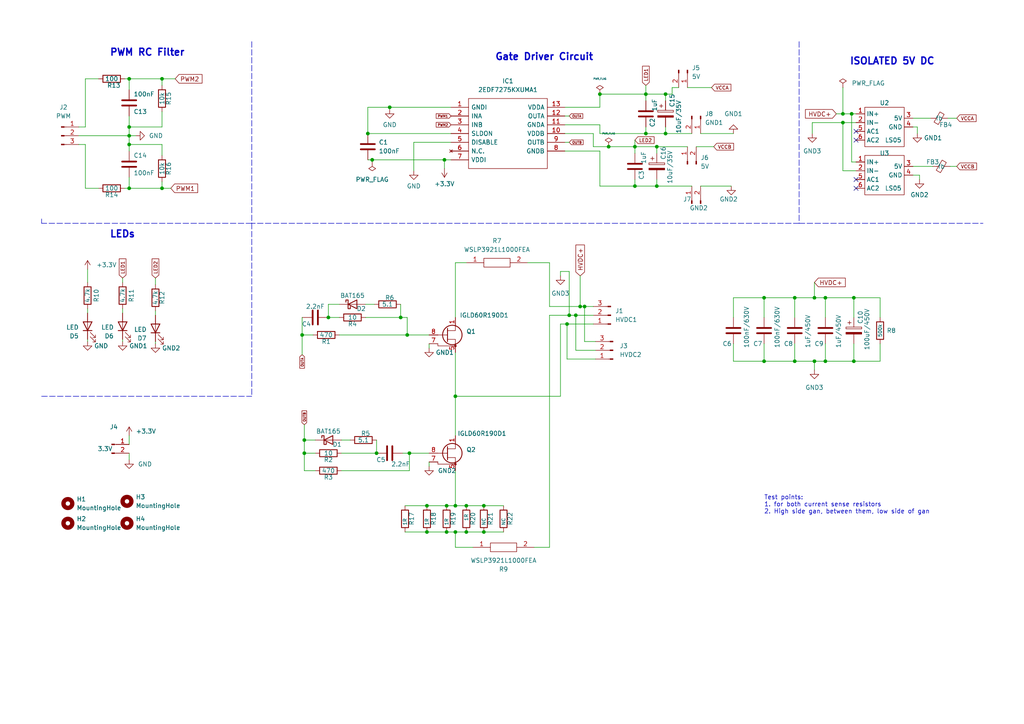
<source format=kicad_sch>
(kicad_sch (version 20211123) (generator eeschema)
  (paper "A4")
  (lib_symbols
    (symbol "2EDF7275KXUMA1:2EDF7275KXUMA1" (pin_names (offset 0.762))
      (property "Reference" "IC" (at 29.21 7.62 0))
      (property "Value" "2EDF7275KXUMA1" (at 29.21 5.08 0))
      (symbol "2EDF7275KXUMA1_0_0"
        (pin passive line (at 0 0 0) (length 5.08) (name "GNDI") (number "1"))
        (pin passive line (at 33.02 -7.62 180) (length 5.08) (name "VDDB") (number "10"))
        (pin passive line (at 33.02 -5.08 180) (length 5.08) (name "GNDA") (number "11"))
        (pin passive line (at 33.02 -2.54 180) (length 5.08) (name "OUTA") (number "12"))
        (pin passive line (at 33.02 0 180) (length 5.08) (name "VDDA") (number "13"))
        (pin passive line (at 0 -2.54 0) (length 5.08) (name "INA") (number "2"))
        (pin passive line (at 0 -5.08 0) (length 5.08) (name "INB") (number "3"))
        (pin passive line (at 0 -7.62 0) (length 5.08) (name "SLDON") (number "4"))
        (pin passive line (at 0 -10.16 0) (length 5.08) (name "DISABLE") (number "5"))
        (pin no_connect line (at 0 -12.7 0) (length 5.08) (name "N.C.") (number "6"))
        (pin passive line (at 0 -15.24 0) (length 5.08) (name "VDDI") (number "7"))
        (pin passive line (at 33.02 -12.7 180) (length 5.08) (name "GNDB") (number "8"))
        (pin passive line (at 33.02 -10.16 180) (length 5.08) (name "OUTB") (number "9"))
      )
      (symbol "2EDF7275KXUMA1_0_1"
        (polyline (pts (xy 5.08 2.54) (xy 27.94 2.54) (xy 27.94 -17.78) (xy 5.08 -17.78) (xy 5.08 2.54)) (stroke (width 0.1524)))
      )
    )
    (symbol "Connector:Conn_01x02_Male" (pin_names (offset 1.016) hide)
      (property "Reference" "J" (at 0 2.54 0))
      (property "Value" "Conn_01x02_Male" (at 0 -5.08 0))
      (symbol "Conn_01x02_Male_1_1"
        (polyline (pts (xy 1.27 -2.54) (xy 0.8636 -2.54)) (stroke (width 0.1524)))
        (polyline (pts (xy 1.27 0) (xy 0.8636 0)) (stroke (width 0.1524)))
        (rectangle (start 0.8636 -2.413) (end 0 -2.667) (stroke (width 0.1524)) (fill (type outline)))
        (rectangle (start 0.8636 0.127) (end 0 -0.127) (stroke (width 0.1524)) (fill (type outline)))
        (pin passive line (at 5.08 0 180) (length 3.81) (name "Pin_1") (number "1"))
        (pin passive line (at 5.08 -2.54 180) (length 3.81) (name "Pin_2") (number "2"))
      )
    )
    (symbol "Connector:Conn_01x03_Male" (pin_names (offset 1.016) hide)
      (property "Reference" "J" (at 0 5.08 0))
      (property "Value" "Conn_01x03_Male" (at 0 -5.08 0))
      (symbol "Conn_01x03_Male_1_1"
        (polyline (pts (xy 1.27 -2.54) (xy 0.8636 -2.54)) (stroke (width 0.1524)))
        (polyline (pts (xy 1.27 0) (xy 0.8636 0)) (stroke (width 0.1524)))
        (polyline (pts (xy 1.27 2.54) (xy 0.8636 2.54)) (stroke (width 0.1524)))
        (rectangle (start 0.8636 -2.413) (end 0 -2.667) (stroke (width 0.1524)) (fill (type outline)))
        (rectangle (start 0.8636 0.127) (end 0 -0.127) (stroke (width 0.1524)) (fill (type outline)))
        (rectangle (start 0.8636 2.667) (end 0 2.413) (stroke (width 0.1524)) (fill (type outline)))
        (pin passive line (at 5.08 2.54 180) (length 3.81) (name "Pin_1") (number "1"))
        (pin passive line (at 5.08 0 180) (length 3.81) (name "Pin_2") (number "2"))
        (pin passive line (at 5.08 -2.54 180) (length 3.81) (name "Pin_3") (number "3"))
      )
    )
    (symbol "DC-DC Powersupply:LS05"
      (property "Reference" "U" (at -5.08 6.35 0))
      (property "Value" "LS05" (at 3.175 -3.81 0))
      (symbol "LS05_0_1"
        (rectangle (start -5.715 5.715) (end 5.715 -5.715))
      )
      (symbol "LS05_1_1"
        (pin power_in line (at -8.255 3.81 0) (length 2.54) (name "IN+") (number "1"))
        (pin power_in line (at -8.255 1.27 0) (length 2.54) (name "IN-") (number "2"))
        (pin power_out line (at 8.255 2.54 180) (length 2.54) (name "5V") (number "3"))
        (pin power_out line (at 8.255 0 180) (length 2.54) (name "GND") (number "4"))
        (pin power_in line (at -8.255 -1.27 0) (length 2.54) (name "AC1") (number "5"))
        (pin power_in line (at -8.255 -3.81 0) (length 2.54) (name "AC2") (number "6"))
      )
    )
    (symbol "Device:C" (pin_numbers hide) (pin_names (offset 0.254))
      (property "Reference" "C" (at 0.635 2.54 0))
      (property "Value" "C" (at 0.635 -2.54 0))
      (symbol "C_0_1"
        (polyline (pts (xy -2.032 -0.762) (xy 2.032 -0.762)) (stroke (width 0.508)))
        (polyline (pts (xy -2.032 0.762) (xy 2.032 0.762)) (stroke (width 0.508)))
      )
      (symbol "C_1_1"
        (pin passive line (at 0 3.81 270) (length 2.794) (name "~") (number "1"))
        (pin passive line (at 0 -3.81 90) (length 2.794) (name "~") (number "2"))
      )
    )
    (symbol "Device:C_Polarized" (pin_numbers hide) (pin_names (offset 0.254))
      (property "Reference" "C" (at 0.635 2.54 0))
      (property "Value" "C_Polarized" (at 0.635 -2.54 0))
      (symbol "C_Polarized_0_1"
        (rectangle (start -2.286 0.508) (end 2.286 1.016))
        (polyline (pts (xy -1.778 2.286) (xy -0.762 2.286)))
        (polyline (pts (xy -1.27 2.794) (xy -1.27 1.778)))
        (rectangle (start 2.286 -0.508) (end -2.286 -1.016) (fill (type outline)))
      )
      (symbol "C_Polarized_1_1"
        (pin passive line (at 0 3.81 270) (length 2.794) (name "~") (number "1"))
        (pin passive line (at 0 -3.81 90) (length 2.794) (name "~") (number "2"))
      )
    )
    (symbol "Device:D_Schottky" (pin_numbers hide) (pin_names (offset 1.016) hide)
      (property "Reference" "D" (at 0 2.54 0))
      (property "Value" "D_Schottky" (at 0 -2.54 0))
      (symbol "D_Schottky_0_1"
        (polyline (pts (xy 1.27 0) (xy -1.27 0)))
        (polyline (pts (xy 1.27 1.27) (xy 1.27 -1.27) (xy -1.27 0) (xy 1.27 1.27)) (stroke (width 0.254)))
        (polyline (pts (xy -1.905 0.635) (xy -1.905 1.27) (xy -1.27 1.27) (xy -1.27 -1.27) (xy -0.635 -1.27) (xy -0.635 -0.635)) (stroke (width 0.254)))
      )
      (symbol "D_Schottky_1_1"
        (pin passive line (at -3.81 0 0) (length 2.54) (name "K") (number "1"))
        (pin passive line (at 3.81 0 180) (length 2.54) (name "A") (number "2"))
      )
    )
    (symbol "Device:FerriteBead_Small" (pin_numbers hide) (pin_names (offset 0))
      (property "Reference" "FB" (at 1.905 1.27 0))
      (property "Value" "FerriteBead_Small" (at 1.905 -1.27 0))
      (symbol "FerriteBead_Small_0_1"
        (polyline (pts (xy 0 -1.27) (xy 0 -0.7874)))
        (polyline (pts (xy 0 0.889) (xy 0 1.2954)))
        (polyline (pts (xy -1.8288 0.2794) (xy -1.1176 1.4986) (xy 1.8288 -0.2032) (xy 1.1176 -1.4224) (xy -1.8288 0.2794)))
      )
      (symbol "FerriteBead_Small_1_1"
        (pin passive line (at 0 2.54 270) (length 1.27) (name "~") (number "1"))
        (pin passive line (at 0 -2.54 90) (length 1.27) (name "~") (number "2"))
      )
    )
    (symbol "Device:LED" (pin_numbers hide) (pin_names (offset 1.016) hide)
      (property "Reference" "D" (at 0 2.54 0))
      (property "Value" "LED" (at 0 -2.54 0))
      (symbol "LED_0_1"
        (polyline (pts (xy -1.27 -1.27) (xy -1.27 1.27)) (stroke (width 0.254)))
        (polyline (pts (xy -1.27 0) (xy 1.27 0)))
        (polyline (pts (xy 1.27 -1.27) (xy 1.27 1.27) (xy -1.27 0) (xy 1.27 -1.27)) (stroke (width 0.254)))
        (polyline (pts (xy -3.048 -0.762) (xy -4.572 -2.286) (xy -3.81 -2.286) (xy -4.572 -2.286) (xy -4.572 -1.524)))
        (polyline (pts (xy -1.778 -0.762) (xy -3.302 -2.286) (xy -2.54 -2.286) (xy -3.302 -2.286) (xy -3.302 -1.524)))
      )
      (symbol "LED_1_1"
        (pin passive line (at -3.81 0 0) (length 2.54) (name "K") (number "1"))
        (pin passive line (at 3.81 0 180) (length 2.54) (name "A") (number "2"))
      )
    )
    (symbol "Device:R" (pin_numbers hide) (pin_names (offset 0))
      (property "Reference" "R" (at 2.032 0 90))
      (property "Value" "R" (at 0 0 90))
      (symbol "R_0_1"
        (rectangle (start -1.016 -2.54) (end 1.016 2.54) (stroke (width 0.254)))
      )
      (symbol "R_1_1"
        (pin passive line (at 0 3.81 270) (length 1.27) (name "~") (number "1"))
        (pin passive line (at 0 -3.81 90) (length 1.27) (name "~") (number "2"))
      )
    )
    (symbol "Mechanical:MountingHole" (pin_names (offset 1.016))
      (property "Reference" "H" (at 0 5.08 0))
      (property "Value" "MountingHole" (at 0 3.175 0))
      (symbol "MountingHole_0_1"
        (circle (center 0 0) (radius 1.27) (stroke (width 1.27)))
      )
    )
    (symbol "Transistor_FET:IGLD60R190D1" (pin_names (offset 0) hide)
      (property "Reference" "Q" (at 5.08 1.905 0))
      (property "Value" "IGLD60R190D1" (at 5.08 0 0))
      (symbol "IGLD60R190D1_0_1"
        (polyline (pts (xy -2.54 0) (xy 0.254 0)))
        (polyline (pts (xy -2.54 -2.54) (xy -2.54 -3.175) (xy 2.54 -3.175)))
        (polyline (pts (xy 0.254 -1.27) (xy 2.54 -1.27) (xy 2.54 -2.54)))
        (polyline (pts (xy 0.254 1.905) (xy 0.254 -1.905) (xy 0.254 -1.905)) (stroke (width 0.254)))
        (polyline (pts (xy 2.54 2.54) (xy 2.54 1.27) (xy 0.254 1.27)))
        (circle (center 1.651 0) (radius 2.8194) (stroke (width 0.254)))
        (circle (center 2.54 -3.175) (radius 0.2794) (fill (type outline)))
      )
      (symbol "IGLD60R190D1_1_1"
        (pin passive line (at 2.54 5.08 270) (length 2.54) (name "D") (number "1"))
        (pin passive line (at 2.54 5.08 270) (length 2.54) hide (name "D") (number "2"))
        (pin passive line (at 2.54 5.08 270) (length 2.54) hide (name "D") (number "3"))
        (pin passive line (at 2.54 5.08 270) (length 2.54) hide (name "D") (number "4"))
        (pin passive line (at 2.54 -5.08 90) (length 2.54) (name "S") (number "5"))
        (pin passive line (at 2.54 -5.08 90) (length 2.54) hide (name "S") (number "6"))
        (pin passive line (at -5.08 -2.54 0) (length 2.54) (name "SS") (number "7"))
        (pin input line (at -5.08 0 0) (length 2.54) (name "G") (number "8"))
        (pin passive line (at 2.54 -5.08 90) (length 2.54) hide (name "S") (number "9"))
      )
    )
    (symbol "WSLP3921L1000FEA:WSLP3921L1000FEA" (pin_names (offset 0.762))
      (property "Reference" "R" (at 13.97 6.35 0))
      (property "Value" "WSLP3921L1000FEA" (at 13.97 3.81 0))
      (symbol "WSLP3921L1000FEA_0_0"
        (pin passive line (at 0 0 0) (length 5.08) (name "~") (number "1"))
        (pin passive line (at 17.78 0 180) (length 5.08) (name "~") (number "2"))
      )
      (symbol "WSLP3921L1000FEA_0_1"
        (polyline (pts (xy 5.08 1.27) (xy 12.7 1.27) (xy 12.7 -1.27) (xy 5.08 -1.27) (xy 5.08 1.27)) (stroke (width 0.1524)))
      )
    )
    (symbol "power:+3.3V" (power) (pin_names (offset 0))
      (property "Value" "+3.3V" (at 0 3.556 0))
      (symbol "+3.3V_0_1"
        (polyline (pts (xy -0.762 1.27) (xy 0 2.54)))
        (polyline (pts (xy 0 0) (xy 0 2.54)))
        (polyline (pts (xy 0 2.54) (xy 0.762 1.27)))
      )
      (symbol "+3.3V_1_1"
        (pin power_in line (at 0 0 90) (length 0) hide (name "+3.3V") (number "1"))
      )
    )
    (symbol "power:GND" (power) (pin_names (offset 0))
      (property "Value" "GND" (at 0 -3.81 0))
      (symbol "GND_0_1"
        (polyline (pts (xy 0 0) (xy 0 -1.27) (xy 1.27 -1.27) (xy 0 -2.54) (xy -1.27 -1.27) (xy 0 -1.27)))
      )
      (symbol "GND_1_1"
        (pin power_in line (at 0 0 270) (length 0) hide (name "GND") (number "1"))
      )
    )
    (symbol "power:GND1" (power) (pin_names (offset 0))
      (property "Value" "GND1" (at 0 -3.81 0))
      (symbol "GND1_0_1"
        (polyline (pts (xy 0 0) (xy 0 -1.27) (xy 1.27 -1.27) (xy 0 -2.54) (xy -1.27 -1.27) (xy 0 -1.27)))
      )
      (symbol "GND1_1_1"
        (pin power_in line (at 0 0 270) (length 0) hide (name "GND1") (number "1"))
      )
    )
    (symbol "power:GND2" (power) (pin_names (offset 0))
      (property "Value" "GND2" (at 0 -3.81 0))
      (symbol "GND2_0_1"
        (polyline (pts (xy 0 0) (xy 0 -1.27) (xy 1.27 -1.27) (xy 0 -2.54) (xy -1.27 -1.27) (xy 0 -1.27)))
      )
      (symbol "GND2_1_1"
        (pin power_in line (at 0 0 270) (length 0) hide (name "GND2") (number "1"))
      )
    )
    (symbol "power:GND3" (power) (pin_names (offset 0))
      (property "Value" "GND3" (at 0 -3.81 0))
      (symbol "GND3_0_1"
        (polyline (pts (xy 0 0) (xy 0 -1.27) (xy 1.27 -1.27) (xy 0 -2.54) (xy -1.27 -1.27) (xy 0 -1.27)))
      )
      (symbol "GND3_1_1"
        (pin power_in line (at 0 0 270) (length 0) hide (name "GND3") (number "1"))
      )
    )
    (symbol "power:PWR_FLAG" (power) (pin_numbers hide) (pin_names (offset 0) hide)
      (property "Value" "PWR_FLAG" (at 0 3.81 0))
      (symbol "PWR_FLAG_0_0"
        (pin power_out line (at 0 0 90) (length 0) (name "pwr") (number "1"))
      )
      (symbol "PWR_FLAG_0_1"
        (polyline (pts (xy 0 0) (xy 0 1.27) (xy -1.016 1.905) (xy 0 2.54) (xy 1.016 1.905) (xy 0 1.27)))
      )
    )
  )
  (junction (at 193.04 27.305))
  (junction (at 88.265 127.635))
  (junction (at 247.65 104.775))
  (junction (at 37.465 54.61))
  (junction (at 109.22 131.445))
  (junction (at 140.335 146.685))
  (junction (at 169.545 88.9))
  (junction (at 107.95 46.355))
  (junction (at 230.505 104.775))
  (junction (at 187.325 27.305))
  (junction (at 236.22 86.36))
  (junction (at 128.905 46.355))
  (junction (at 116.205 92.075))
  (junction (at 106.68 38.735))
  (junction (at 230.505 86.36))
  (junction (at 129.54 154.305))
  (junction (at 190.5 53.975))
  (junction (at 165.1 91.44))
  (junction (at 88.265 131.445))
  (junction (at 37.465 41.91))
  (junction (at 184.15 42.545))
  (junction (at 236.22 104.775))
  (junction (at 140.335 154.305))
  (junction (at 184.15 53.975))
  (junction (at 135.255 146.685))
  (junction (at 46.99 22.86))
  (junction (at 168.275 88.9))
  (junction (at 244.475 35.56))
  (junction (at 135.255 154.305))
  (junction (at 132.08 114.935))
  (junction (at 113.03 31.115))
  (junction (at 87.63 97.155))
  (junction (at 46.99 54.61))
  (junction (at 132.08 154.305))
  (junction (at 95.25 92.075))
  (junction (at 37.465 36.83))
  (junction (at 239.395 86.36))
  (junction (at 118.11 97.155))
  (junction (at 123.825 146.685))
  (junction (at 173.99 27.305))
  (junction (at 193.04 38.735))
  (junction (at 244.475 33.02))
  (junction (at 123.825 154.305))
  (junction (at 118.745 131.445))
  (junction (at 239.395 104.775))
  (junction (at 164.465 93.98))
  (junction (at 37.465 39.37))
  (junction (at 37.465 22.86))
  (junction (at 167.005 91.44))
  (junction (at 247.015 33.02))
  (junction (at 132.08 146.685))
  (junction (at 190.5 42.545))
  (junction (at 129.54 146.685))
  (junction (at 247.65 86.36))
  (junction (at 221.615 104.775))
  (junction (at 221.615 86.36))
  (junction (at 176.53 42.545))
  (junction (at 187.325 38.735))
  (no_connect (at 248.285 54.61))
  (no_connect (at 248.285 52.07))
  (no_connect (at 248.285 40.64))
  (no_connect (at 248.285 38.1))
  (wire (pts (xy 95.25 88.265) (xy 98.425 88.265)))
  (wire (pts (xy 24.765 54.61) (xy 24.765 41.91)))
  (wire (pts (xy 173.99 43.815) (xy 163.83 43.815)))
  (wire (pts (xy 164.465 93.98) (xy 172.085 93.98)))
  (polyline (pts (xy 12.065 114.935) (xy 73.025 114.935)))
  (wire (pts (xy 107.95 46.355) (xy 107.95 46.99)))
  (wire (pts (xy 45.085 90.17) (xy 45.085 91.44)))
  (wire (pts (xy 106.68 38.735) (xy 130.81 38.735)))
  (wire (pts (xy 193.04 36.83) (xy 193.04 38.735)))
  (wire (pts (xy 187.325 29.21) (xy 187.325 27.305)))
  (wire (pts (xy 190.5 42.545) (xy 199.39 42.545)))
  (wire (pts (xy 99.06 131.445) (xy 109.22 131.445)))
  (wire (pts (xy 132.08 102.235) (xy 132.08 114.935)))
  (wire (pts (xy 172.72 99.06) (xy 169.545 99.06)))
  (wire (pts (xy 113.03 31.75) (xy 113.03 31.115)))
  (wire (pts (xy 248.285 49.53) (xy 244.475 49.53)))
  (polyline (pts (xy 231.775 64.77) (xy 285.115 64.77)))
  (wire (pts (xy 236.22 104.775) (xy 236.22 107.315)))
  (wire (pts (xy 163.83 41.275) (xy 165.1 41.275)))
  (wire (pts (xy 239.395 86.36) (xy 236.22 86.36)))
  (wire (pts (xy 24.765 22.86) (xy 28.575 22.86)))
  (wire (pts (xy 264.795 34.29) (xy 269.875 34.29)))
  (wire (pts (xy 173.99 38.735) (xy 173.99 36.195)))
  (wire (pts (xy 124.46 135.255) (xy 124.46 133.985)))
  (wire (pts (xy 169.545 99.06) (xy 169.545 88.9)))
  (polyline (pts (xy 231.775 12.065) (xy 231.775 64.77)))
  (wire (pts (xy 212.725 92.075) (xy 212.725 86.36)))
  (wire (pts (xy 247.015 46.99) (xy 247.015 33.02)))
  (wire (pts (xy 168.275 80.01) (xy 168.275 88.9)))
  (wire (pts (xy 184.15 42.545) (xy 190.5 42.545)))
  (wire (pts (xy 221.615 86.36) (xy 221.615 92.075)))
  (wire (pts (xy 193.04 27.305) (xy 194.945 27.305)))
  (wire (pts (xy 120.015 41.275) (xy 120.015 49.53)))
  (wire (pts (xy 173.99 31.115) (xy 173.99 27.305)))
  (wire (pts (xy 274.955 34.29) (xy 277.495 34.29)))
  (wire (pts (xy 168.275 88.9) (xy 169.545 88.9)))
  (wire (pts (xy 37.465 41.91) (xy 37.465 43.815)))
  (wire (pts (xy 172.085 38.735) (xy 163.83 38.735)))
  (wire (pts (xy 193.04 38.735) (xy 200.66 38.735)))
  (wire (pts (xy 163.83 33.655) (xy 165.1 33.655)))
  (wire (pts (xy 230.505 86.36) (xy 230.505 92.075)))
  (wire (pts (xy 187.325 24.765) (xy 187.325 27.305)))
  (wire (pts (xy 212.725 104.775) (xy 212.725 99.695)))
  (wire (pts (xy 106.68 31.115) (xy 113.03 31.115)))
  (wire (pts (xy 162.56 114.935) (xy 162.56 93.98)))
  (wire (pts (xy 173.99 43.815) (xy 173.99 53.975)))
  (wire (pts (xy 176.53 42.545) (xy 184.15 42.545)))
  (wire (pts (xy 221.615 104.775) (xy 212.725 104.775)))
  (wire (pts (xy 46.99 24.765) (xy 46.99 22.86)))
  (wire (pts (xy 24.765 36.83) (xy 24.765 22.86)))
  (wire (pts (xy 113.03 31.115) (xy 130.81 31.115)))
  (wire (pts (xy 244.475 33.02) (xy 247.015 33.02)))
  (wire (pts (xy 37.465 22.86) (xy 37.465 26.035)))
  (wire (pts (xy 106.045 92.075) (xy 116.205 92.075)))
  (wire (pts (xy 203.2 53.975) (xy 212.09 53.975)))
  (wire (pts (xy 247.65 99.695) (xy 247.65 104.775)))
  (wire (pts (xy 35.56 80.645) (xy 35.56 81.915)))
  (wire (pts (xy 172.085 42.545) (xy 176.53 42.545)))
  (wire (pts (xy 87.63 97.155) (xy 87.63 92.075)))
  (wire (pts (xy 118.745 131.445) (xy 124.46 131.445)))
  (wire (pts (xy 221.615 99.695) (xy 221.615 104.775)))
  (polyline (pts (xy 73.025 64.77) (xy 73.025 114.935)))
  (wire (pts (xy 173.99 38.735) (xy 187.325 38.735)))
  (wire (pts (xy 98.425 92.075) (xy 95.25 92.075)))
  (wire (pts (xy 164.465 104.14) (xy 164.465 93.98)))
  (wire (pts (xy 247.65 86.36) (xy 239.395 86.36)))
  (wire (pts (xy 255.27 86.36) (xy 247.65 86.36)))
  (wire (pts (xy 90.805 97.155) (xy 87.63 97.155)))
  (wire (pts (xy 244.475 35.56) (xy 248.285 35.56)))
  (wire (pts (xy 162.56 78.74) (xy 162.56 80.01)))
  (wire (pts (xy 116.84 131.445) (xy 118.745 131.445)))
  (wire (pts (xy 132.08 154.305) (xy 135.255 154.305)))
  (wire (pts (xy 46.99 45.085) (xy 46.99 41.91)))
  (wire (pts (xy 88.265 123.19) (xy 88.265 127.635)))
  (wire (pts (xy 117.475 154.305) (xy 123.825 154.305)))
  (wire (pts (xy 140.335 146.685) (xy 146.05 146.685)))
  (wire (pts (xy 132.08 114.935) (xy 132.08 126.365)))
  (wire (pts (xy 184.15 52.07) (xy 184.15 53.975)))
  (wire (pts (xy 173.99 27.305) (xy 187.325 27.305)))
  (wire (pts (xy 230.505 99.695) (xy 230.505 104.775)))
  (wire (pts (xy 266.7 50.8) (xy 266.7 52.07)))
  (wire (pts (xy 244.475 25.4) (xy 244.475 33.02)))
  (wire (pts (xy 159.385 76.2) (xy 159.385 88.9)))
  (wire (pts (xy 22.86 36.83) (xy 24.765 36.83)))
  (wire (pts (xy 129.54 146.685) (xy 132.08 146.685)))
  (wire (pts (xy 35.56 99.06) (xy 35.56 98.425)))
  (polyline (pts (xy 231.775 64.77) (xy 73.025 64.77)))
  (wire (pts (xy 37.465 33.655) (xy 37.465 36.83)))
  (wire (pts (xy 22.86 41.91) (xy 24.765 41.91)))
  (wire (pts (xy 247.65 104.775) (xy 255.27 104.775)))
  (wire (pts (xy 99.06 127.635) (xy 101.6 127.635)))
  (wire (pts (xy 118.11 97.155) (xy 124.46 97.155)))
  (wire (pts (xy 203.2 38.735) (xy 212.725 38.735)))
  (wire (pts (xy 128.905 46.355) (xy 128.905 48.895)))
  (wire (pts (xy 172.085 42.545) (xy 172.085 38.735)))
  (wire (pts (xy 25.4 78.105) (xy 25.4 81.915)))
  (wire (pts (xy 135.255 146.685) (xy 140.335 146.685)))
  (wire (pts (xy 190.5 52.07) (xy 190.5 53.975)))
  (wire (pts (xy 36.195 54.61) (xy 37.465 54.61)))
  (wire (pts (xy 135.255 154.305) (xy 140.335 154.305)))
  (wire (pts (xy 46.99 54.61) (xy 37.465 54.61)))
  (wire (pts (xy 91.44 131.445) (xy 88.265 131.445)))
  (wire (pts (xy 264.795 36.83) (xy 266.065 36.83)))
  (wire (pts (xy 173.99 53.975) (xy 184.15 53.975)))
  (wire (pts (xy 46.99 32.385) (xy 46.99 36.83)))
  (wire (pts (xy 184.15 53.975) (xy 190.5 53.975)))
  (wire (pts (xy 132.08 154.305) (xy 132.08 158.75)))
  (wire (pts (xy 46.99 22.86) (xy 37.465 22.86)))
  (wire (pts (xy 132.08 114.935) (xy 162.56 114.935)))
  (wire (pts (xy 22.86 39.37) (xy 37.465 39.37)))
  (wire (pts (xy 37.465 54.61) (xy 37.465 51.435)))
  (wire (pts (xy 87.63 102.87) (xy 87.63 97.155)))
  (wire (pts (xy 106.68 46.355) (xy 107.95 46.355)))
  (wire (pts (xy 242.57 33.02) (xy 244.475 33.02)))
  (wire (pts (xy 165.1 78.74) (xy 165.1 91.44)))
  (wire (pts (xy 128.905 46.355) (xy 130.81 46.355)))
  (wire (pts (xy 199.39 25.4) (xy 206.375 25.4)))
  (wire (pts (xy 109.22 131.445) (xy 109.22 127.635)))
  (wire (pts (xy 132.08 136.525) (xy 132.08 146.685)))
  (polyline (pts (xy 73.025 64.77) (xy 12.065 64.77)))
  (wire (pts (xy 255.27 99.695) (xy 255.27 104.775)))
  (wire (pts (xy 37.465 126.365) (xy 37.465 128.905)))
  (wire (pts (xy 132.08 146.685) (xy 135.255 146.685)))
  (wire (pts (xy 37.465 36.83) (xy 37.465 39.37)))
  (wire (pts (xy 230.505 104.775) (xy 221.615 104.775)))
  (wire (pts (xy 46.99 54.61) (xy 49.53 54.61)))
  (wire (pts (xy 46.99 22.86) (xy 50.8 22.86)))
  (wire (pts (xy 159.385 88.9) (xy 168.275 88.9)))
  (wire (pts (xy 45.085 99.695) (xy 45.085 99.06)))
  (wire (pts (xy 140.335 154.305) (xy 146.05 154.305)))
  (wire (pts (xy 46.99 36.83) (xy 37.465 36.83)))
  (wire (pts (xy 159.385 91.44) (xy 165.1 91.44)))
  (wire (pts (xy 25.4 89.535) (xy 25.4 90.805)))
  (wire (pts (xy 37.465 39.37) (xy 39.37 39.37)))
  (wire (pts (xy 190.5 44.45) (xy 190.5 42.545)))
  (wire (pts (xy 193.04 29.21) (xy 193.04 27.305)))
  (wire (pts (xy 99.06 136.525) (xy 118.745 136.525)))
  (wire (pts (xy 235.585 35.56) (xy 235.585 38.735)))
  (wire (pts (xy 106.68 31.115) (xy 106.68 38.735)))
  (wire (pts (xy 132.08 158.75) (xy 137.16 158.75)))
  (wire (pts (xy 159.385 91.44) (xy 159.385 158.75)))
  (wire (pts (xy 88.265 136.525) (xy 88.265 131.445)))
  (wire (pts (xy 236.22 104.775) (xy 239.395 104.775)))
  (wire (pts (xy 194.945 25.4) (xy 196.85 25.4)))
  (wire (pts (xy 46.99 41.91) (xy 37.465 41.91)))
  (wire (pts (xy 239.395 99.695) (xy 239.395 104.775)))
  (wire (pts (xy 124.46 100.965) (xy 124.46 99.695)))
  (wire (pts (xy 116.205 92.075) (xy 116.205 88.265)))
  (wire (pts (xy 91.44 136.525) (xy 88.265 136.525)))
  (wire (pts (xy 184.15 42.545) (xy 184.15 44.45)))
  (wire (pts (xy 118.11 97.155) (xy 118.11 92.075)))
  (wire (pts (xy 129.54 154.305) (xy 132.08 154.305)))
  (wire (pts (xy 194.945 25.4) (xy 194.945 27.305)))
  (wire (pts (xy 28.575 54.61) (xy 24.765 54.61)))
  (wire (pts (xy 117.475 146.685) (xy 123.825 146.685)))
  (wire (pts (xy 190.5 53.975) (xy 200.66 53.975)))
  (wire (pts (xy 255.27 92.075) (xy 255.27 86.36)))
  (wire (pts (xy 153.035 76.2) (xy 159.385 76.2)))
  (wire (pts (xy 247.65 86.36) (xy 247.65 92.075)))
  (wire (pts (xy 248.285 46.99) (xy 247.015 46.99)))
  (wire (pts (xy 46.99 52.705) (xy 46.99 54.61)))
  (wire (pts (xy 95.25 92.075) (xy 95.25 88.265)))
  (wire (pts (xy 173.99 36.195) (xy 163.83 36.195)))
  (wire (pts (xy 169.545 88.9) (xy 172.085 88.9)))
  (wire (pts (xy 239.395 86.36) (xy 239.395 92.075)))
  (wire (pts (xy 37.465 41.91) (xy 37.465 39.37)))
  (wire (pts (xy 236.22 81.915) (xy 236.22 86.36)))
  (wire (pts (xy 165.1 91.44) (xy 167.005 91.44)))
  (wire (pts (xy 172.72 101.6) (xy 167.005 101.6)))
  (wire (pts (xy 264.795 50.8) (xy 266.7 50.8)))
  (wire (pts (xy 236.22 86.36) (xy 230.505 86.36)))
  (wire (pts (xy 235.585 35.56) (xy 244.475 35.56)))
  (wire (pts (xy 123.825 146.685) (xy 129.54 146.685)))
  (wire (pts (xy 25.4 99.06) (xy 25.4 98.425)))
  (wire (pts (xy 35.56 89.535) (xy 35.56 90.805)))
  (wire (pts (xy 132.08 76.2) (xy 132.08 92.075)))
  (wire (pts (xy 212.725 86.36) (xy 221.615 86.36)))
  (wire (pts (xy 247.015 33.02) (xy 248.285 33.02)))
  (wire (pts (xy 36.195 22.86) (xy 37.465 22.86)))
  (wire (pts (xy 88.265 127.635) (xy 91.44 127.635)))
  (wire (pts (xy 187.325 27.305) (xy 193.04 27.305)))
  (wire (pts (xy 118.11 92.075) (xy 116.205 92.075)))
  (wire (pts (xy 230.505 104.775) (xy 236.22 104.775)))
  (wire (pts (xy 165.1 78.74) (xy 162.56 78.74)))
  (wire (pts (xy 167.005 91.44) (xy 172.085 91.44)))
  (polyline (pts (xy 12.065 63.5) (xy 12.065 64.77)))
  (wire (pts (xy 120.015 41.275) (xy 130.81 41.275)))
  (wire (pts (xy 118.745 136.525) (xy 118.745 131.445)))
  (wire (pts (xy 172.72 104.14) (xy 164.465 104.14)))
  (wire (pts (xy 106.045 88.265) (xy 108.585 88.265)))
  (wire (pts (xy 266.065 36.83) (xy 266.065 38.735)))
  (wire (pts (xy 275.59 48.26) (xy 277.495 48.26)))
  (wire (pts (xy 207.01 42.545) (xy 201.93 42.545)))
  (wire (pts (xy 187.325 36.83) (xy 187.325 38.735)))
  (wire (pts (xy 167.005 101.6) (xy 167.005 91.44)))
  (wire (pts (xy 187.325 38.735) (xy 193.04 38.735)))
  (wire (pts (xy 107.95 46.355) (xy 128.905 46.355)))
  (wire (pts (xy 154.94 158.75) (xy 159.385 158.75)))
  (wire (pts (xy 264.795 48.26) (xy 270.51 48.26)))
  (wire (pts (xy 184.15 40.64) (xy 184.15 42.545)))
  (polyline (pts (xy 73.025 12.065) (xy 73.025 64.77)))
  (wire (pts (xy 244.475 49.53) (xy 244.475 35.56)))
  (wire (pts (xy 98.425 97.155) (xy 118.11 97.155)))
  (wire (pts (xy 37.465 133.35) (xy 37.465 131.445)))
  (wire (pts (xy 239.395 104.775) (xy 247.65 104.775)))
  (wire (pts (xy 230.505 86.36) (xy 221.615 86.36)))
  (wire (pts (xy 88.265 131.445) (xy 88.265 127.635)))
  (wire (pts (xy 132.08 76.2) (xy 135.255 76.2)))
  (wire (pts (xy 163.83 31.115) (xy 173.99 31.115)))
  (wire (pts (xy 162.56 93.98) (xy 164.465 93.98)))
  (wire (pts (xy 123.825 154.305) (xy 129.54 154.305)))
  (wire (pts (xy 45.085 80.645) (xy 45.085 82.55)))
  (text "Test points: \n1. for both current sense resistors\n2. High side gan, between them, low side of gan\n" (at 221.615 149.225 0) (effects (font (size 1.27 1.27)) (justify left bottom)))
  (text "LEDs" (at 31.75 69.215 0) (effects (font (size 2 2) (thickness 0.4) bold) (justify left bottom)))
  (text "ISOLATED 5V DC" (at 246.38 19.05 0) (effects (font (size 2 2) (thickness 0.4) bold) (justify left bottom)))
  (text "PWM RC Filter" (at 31.75 16.51 0) (effects (font (size 2 2) (thickness 0.4) bold) (justify left bottom)))
  (text "Gate Driver Circuit" (at 143.51 17.78 0) (effects (font (size 2 2) (thickness 0.4) bold) (justify left bottom)))
  (global_label "VCCA" (shape input) (at 277.495 34.29 0) (effects (font (size 1 1))) (property "Intersheet References" "${INTERSHEET_REFS}" (effects hide)))
  (global_label "HVDC+" (shape input) (at 168.275 80.01 90) (property "Intersheet References" "${INTERSHEET_REFS}" (effects hide)))
  (global_label "LED1" (shape input) (at 187.325 24.765 90) (effects (font (size 1 1))) (property "Intersheet References" "${INTERSHEET_REFS}" (effects hide)))
  (global_label "VCCB" (shape input) (at 277.495 48.26 0) (effects (font (size 1 1))) (property "Intersheet References" "${INTERSHEET_REFS}" (effects hide)))
  (global_label "PWM1" (shape input) (at 49.53 54.61 0) (property "Intersheet References" "${INTERSHEET_REFS}" (effects hide)))
  (global_label "PWM2" (shape input) (at 50.8 22.86 0) (property "Intersheet References" "${INTERSHEET_REFS}" (effects hide)))
  (global_label "PWM2" (shape input) (at 130.81 36.195 180) (effects (font (size 0.7 0.7))) (property "Intersheet References" "${INTERSHEET_REFS}" (effects hide)))
  (global_label "OUTB" (shape input) (at 165.1 41.275 0) (effects (font (size 0.7 0.7))) (property "Intersheet References" "${INTERSHEET_REFS}" (effects hide)))
  (global_label "VCCA" (shape input) (at 206.375 25.4 0) (effects (font (size 1 1))) (property "Intersheet References" "${INTERSHEET_REFS}" (effects hide)))
  (global_label "LED2" (shape input) (at 184.15 40.64 0) (effects (font (size 1 1))) (property "Intersheet References" "${INTERSHEET_REFS}" (effects hide)))
  (global_label "LED2" (shape input) (at 45.085 80.645 90) (effects (font (size 1 1))) (property "Intersheet References" "${INTERSHEET_REFS}" (effects hide)))
  (global_label "OUTA" (shape input) (at 87.63 102.87 270) (effects (font (size 0.7 0.7))) (property "Intersheet References" "${INTERSHEET_REFS}" (effects hide)))
  (global_label "OUTB" (shape input) (at 88.265 123.19 90) (effects (font (size 0.7 0.7))) (property "Intersheet References" "${INTERSHEET_REFS}" (effects hide)))
  (global_label "LED1" (shape input) (at 35.56 80.645 90) (effects (font (size 1 1))) (property "Intersheet References" "${INTERSHEET_REFS}" (effects hide)))
  (global_label "HVDC+" (shape input) (at 242.57 33.02 180) (property "Intersheet References" "${INTERSHEET_REFS}" (effects hide)))
  (global_label "OUTA" (shape input) (at 165.1 33.655 0) (effects (font (size 0.7 0.7))) (property "Intersheet References" "${INTERSHEET_REFS}" (effects hide)))
  (global_label "VCCB" (shape input) (at 207.01 42.545 0) (effects (font (size 1 1))) (property "Intersheet References" "${INTERSHEET_REFS}" (effects hide)))
  (global_label "HVDC+" (shape input) (at 236.22 81.915 0) (property "Intersheet References" "${INTERSHEET_REFS}" (effects hide)))
  (global_label "PWM1" (shape input) (at 130.81 33.655 180) (effects (font (size 0.7 0.7))) (property "Intersheet References" "${INTERSHEET_REFS}" (effects hide)))
  (symbol (lib_id "Connector:Conn_01x03_Male") (at 177.8 101.6 180) (unit 1)
    (property "Reference" "J3" (at 179.705 100.3299 0) (effects (justify right)))
    (property "Value" "HVDC2" (at 179.705 102.8699 0) (effects (justify right)))
    (property "Footprint" "Connector_Molex:Molex_KK-396_A-41791-0003_1x03_P3.96mm_Vertical" (effects hide))
  )
  (symbol (lib_id "DC-DC Powersupply:LS05") (at 256.54 36.83 0) (unit 1)
    (property "Reference" "U2" (at 256.54 29.845 0))
    (property "Value" "LS05" (at 259.08 40.64 0))
  )
  (symbol (lib_id "power:GND2") (at 266.7 52.07 0) (unit 1)
    (property "Reference" "#PWR05" (effects hide))
    (property "Value" "GND2" (at 266.7 56.515 0))
  )
  (symbol (lib_id "Device:R") (at 95.25 136.525 90) (unit 1)
    (property "Reference" "R3" (at 95.25 138.43 90))
    (property "Value" "470" (at 95.25 136.525 90))
    (property "Footprint" "Resistor_SMD:R_0805_2012Metric" (effects hide))
  )
  (symbol (lib_id "power:PWR_FLAG") (at 173.99 27.305 0) (unit 1)
    (property "Reference" "#FLG0102" (effects hide))
    (property "Value" "PWR_FLAG" (at 173.99 22.86 0) (effects (font (size 0.5 0.5))))
  )
  (symbol (lib_id "Connector:Conn_01x02_Male") (at 199.39 20.32 270) (unit 1)
    (property "Reference" "J5" (at 200.66 19.6849 90) (effects (justify left)))
    (property "Value" "5V" (at 200.66 22.2249 90) (effects (justify left)))
    (property "Footprint" "Connector_PinHeader_2.54mm:PinHeader_1x02_P2.54mm_Vertical" (effects hide))
  )
  (symbol (lib_id "Device:R") (at 123.825 150.495 0) (unit 1)
    (property "Reference" "R18" (at 125.73 152.4 90) (effects (justify left)))
    (property "Value" "1R" (at 123.825 152.4 90) (effects (font (size 1 1)) (justify left)))
    (property "Footprint" "Resistor_SMD:R_0805_2012Metric" (effects hide))
  )
  (symbol (lib_id "power:PWR_FLAG") (at 107.95 46.99 180) (unit 1)
    (property "Reference" "#FLG01" (effects hide))
    (property "Value" "PWR_FLAG" (at 107.95 52.07 0))
  )
  (symbol (lib_id "Device:R") (at 45.085 86.36 180) (unit 1)
    (property "Reference" "R12" (at 46.99 86.36 90))
    (property "Value" "4.7k" (at 45.085 86.36 90))
    (property "Footprint" "Resistor_SMD:R_0805_2012Metric" (effects hide))
  )
  (symbol (lib_id "Device:R") (at 94.615 97.155 90) (unit 1)
    (property "Reference" "R1" (at 94.615 99.06 90))
    (property "Value" "470" (at 94.615 97.155 90))
    (property "Footprint" "Resistor_SMD:R_0805_2012Metric" (effects hide))
  )
  (symbol (lib_id "power:GND") (at 120.015 49.53 0) (unit 1)
    (property "Reference" "#PWR0101" (effects hide))
    (property "Value" "GND" (at 120.015 53.975 0))
  )
  (symbol (lib_id "power:GND") (at 37.465 133.35 0) (unit 1)
    (property "Reference" "#PWR08" (effects hide))
    (property "Value" "GND" (at 40.005 134.6199 0) (effects (justify left)))
  )
  (symbol (lib_id "Device:C") (at 230.505 95.885 0) (unit 1)
    (property "Reference" "C8" (at 227.33 99.695 0) (effects (justify left)))
    (property "Value" "1uF/450V" (at 234.315 100.965 90) (effects (justify left)))
    (property "Footprint" "CGA9P4X7T2W105K250KA:CAPC5750X280N" (effects hide))
  )
  (symbol (lib_id "Device:C_Polarized") (at 247.65 95.885 0) (unit 1)
    (property "Reference" "C10" (at 249.555 93.98 90) (effects (justify left)))
    (property "Value" "100uF/450V" (at 251.46 101.6 90) (effects (justify left)))
    (property "Footprint" "Capacitor_THT:CP_Radial_D18.0mm_P7.50mm" (effects hide))
  )
  (symbol (lib_id "Connector:Conn_01x02_Male") (at 199.39 47.625 90) (unit 1)
    (property "Reference" "J6" (at 203.2 45.7199 90) (effects (justify right)))
    (property "Value" "5V" (at 203.2 48.2599 90) (effects (justify right)))
    (property "Footprint" "Connector_PinHeader_2.54mm:PinHeader_1x02_P2.54mm_Vertical" (effects hide))
  )
  (symbol (lib_id "Device:C") (at 239.395 95.885 0) (unit 1)
    (property "Reference" "C9" (at 236.22 99.695 0) (effects (justify left)))
    (property "Value" "1uF/450V" (at 243.205 100.965 90) (effects (justify left)))
    (property "Footprint" "CGA9P4X7T2W105K250KA:CAPC5750X280N" (effects hide))
  )
  (symbol (lib_id "Device:R") (at 35.56 85.725 180) (unit 1)
    (property "Reference" "R11" (at 38.1 85.725 90))
    (property "Value" "4.7k" (at 35.56 85.725 90))
    (property "Footprint" "Resistor_SMD:R_0805_2012Metric" (effects hide))
  )
  (symbol (lib_id "Device:LED") (at 35.56 94.615 90) (unit 1)
    (property "Reference" "D6" (at 33.02 97.4726 90) (effects (justify left)))
    (property "Value" "LED" (at 33.02 94.9326 90) (effects (justify left)))
    (property "Footprint" "LED_SMD:LED_0805_2012Metric" (effects hide))
  )
  (symbol (lib_id "Device:C") (at 187.325 33.02 180) (unit 1)
    (property "Reference" "C2" (at 189.23 35.56 90))
    (property "Value" "1uF" (at 189.865 30.48 90))
    (property "Footprint" "Capacitor_SMD:C_0805_2012Metric" (effects hide))
  )
  (symbol (lib_id "power:+3.3V") (at 25.4 78.105 0) (unit 1)
    (property "Reference" "#PWR0108" (effects hide))
    (property "Value" "+3.3V" (at 27.94 76.8349 0) (effects (justify left)))
  )
  (symbol (lib_id "Device:FerriteBead_Small") (at 273.05 48.26 90) (unit 1)
    (property "Reference" "FB3" (at 270.51 46.99 90))
    (property "Value" "fb" (at 273.05 48.26 90))
    (property "Footprint" "Resistor_SMD:R_0805_2012Metric" (effects hide))
  )
  (symbol (lib_id "Connector:Conn_01x03_Male") (at 17.78 39.37 0) (unit 1)
    (property "Reference" "J2" (at 18.415 31.115 0))
    (property "Value" "PWM" (at 18.415 33.655 0))
    (property "Footprint" "Connector_Molex:Molex_KK-254_AE-6410-03A_1x03_P2.54mm_Vertical" (effects hide))
  )
  (symbol (lib_id "Device:C") (at 113.03 131.445 90) (unit 1)
    (property "Reference" "C5" (at 110.49 133.35 90))
    (property "Value" "2.2nF" (at 116.205 134.62 90))
    (property "Footprint" "Capacitor_SMD:C_0805_2012Metric" (effects hide))
  )
  (symbol (lib_id "Connector:Conn_01x02_Male") (at 203.2 33.655 270) (unit 1)
    (property "Reference" "J8" (at 204.47 33.0199 90) (effects (justify left)))
    (property "Value" "GND1" (at 204.47 35.5599 90) (effects (justify left)))
    (property "Footprint" "Connector_PinHeader_2.54mm:PinHeader_1x02_P2.54mm_Vertical" (effects hide))
  )
  (symbol (lib_id "Device:R") (at 255.27 95.885 0) (unit 1)
    (property "Reference" "R8" (at 257.175 95.885 0) (effects (justify left)))
    (property "Value" "500k" (at 255.27 97.79 90) (effects (font (size 1 1)) (justify left)))
    (property "Footprint" "Resistor_SMD:R_0805_2012Metric" (effects hide))
  )
  (symbol (lib_id "power:GND1") (at 266.065 38.735 0) (unit 1)
    (property "Reference" "#PWR04" (effects hide))
    (property "Value" "GND1" (at 267.97 40.0049 0) (effects (justify left)))
  )
  (symbol (lib_id "power:GND3") (at 235.585 38.735 0) (unit 1)
    (property "Reference" "#PWR0103" (effects hide))
    (property "Value" "GND3" (at 235.585 43.815 0))
  )
  (symbol (lib_id "Device:C") (at 91.44 92.075 90) (unit 1)
    (property "Reference" "C4" (at 88.9 93.98 90))
    (property "Value" "2.2nF" (at 91.44 88.9 90))
    (property "Footprint" "Capacitor_SMD:C_0805_2012Metric" (effects hide))
  )
  (symbol (lib_id "Device:C") (at 37.465 29.845 0) (mirror x) (unit 1)
    (property "Reference" "C13" (at 38.735 32.385 0) (effects (justify left)))
    (property "Value" "100nF" (at 38.735 27.305 0) (effects (justify left)))
    (property "Footprint" "Capacitor_SMD:C_0805_2012Metric" (effects hide))
  )
  (symbol (lib_id "power:GND3") (at 162.56 80.01 0) (unit 1)
    (property "Reference" "#PWR06" (effects hide))
    (property "Value" "GND3" (at 162.56 85.09 0))
  )
  (symbol (lib_id "Device:R") (at 46.99 48.895 180) (unit 1)
    (property "Reference" "R16" (at 48.895 48.895 90))
    (property "Value" "10k" (at 46.99 48.895 90))
    (property "Footprint" "Resistor_SMD:R_0805_2012Metric" (effects hide))
  )
  (symbol (lib_id "Device:R") (at 46.99 28.575 0) (mirror y) (unit 1)
    (property "Reference" "R15" (at 48.895 28.575 90))
    (property "Value" "10k" (at 46.99 28.575 90))
    (property "Footprint" "Resistor_SMD:R_0805_2012Metric" (effects hide))
  )
  (symbol (lib_id "Device:C_Polarized") (at 190.5 48.26 0) (unit 1)
    (property "Reference" "C16" (at 192.405 46.355 90) (effects (justify left)))
    (property "Value" "10uF/35V" (at 194.31 53.34 90) (effects (justify left)))
    (property "Footprint" "Capacitor_SMD:CP_Elec_4x5.8" (effects hide))
  )
  (symbol (lib_id "DC-DC Powersupply:LS05") (at 256.54 50.8 0) (unit 1)
    (property "Reference" "U3" (at 256.54 44.45 0))
    (property "Value" "LS05" (at 259.08 54.61 0))
  )
  (symbol (lib_id "power:GND2") (at 45.085 99.695 0) (unit 1)
    (property "Reference" "#PWR0106" (effects hide))
    (property "Value" "GND2" (at 46.99 100.9649 0) (effects (justify left)))
  )
  (symbol (lib_id "Device:R") (at 105.41 127.635 90) (unit 1)
    (property "Reference" "R5" (at 106.045 125.73 90))
    (property "Value" "5.1" (at 105.41 127.635 90))
    (property "Footprint" "Resistor_SMD:R_0805_2012Metric" (effects hide))
  )
  (symbol (lib_id "Device:C") (at 37.465 47.625 0) (unit 1)
    (property "Reference" "C14" (at 38.735 45.085 0) (effects (justify left)))
    (property "Value" "100nF" (at 38.735 50.165 0) (effects (justify left)))
    (property "Footprint" "Capacitor_SMD:C_0805_2012Metric" (effects hide))
  )
  (symbol (lib_id "Device:C") (at 221.615 95.885 0) (unit 1)
    (property "Reference" "C7" (at 218.44 99.695 0) (effects (justify left)))
    (property "Value" "100nF/630V" (at 225.425 100.965 90) (effects (justify left)))
    (property "Footprint" "Capacitor_SMD:C_1206_3216Metric" (effects hide))
  )
  (symbol (lib_id "WSLP3921L1000FEA:WSLP3921L1000FEA") (at 137.16 158.75 0) (mirror x) (unit 1)
    (property "Reference" "R9" (at 146.05 165.1 0))
    (property "Value" "WSLP3921L1000FEA" (at 146.05 162.56 0))
    (property "Footprint" "footprint:RESC10052X50N" (effects hide))
    (property "Datasheet" "https://datasheet.datasheetarchive.com/originals/distributors/Datasheets_SAMA/cd369b67f640568f5c60fc944b86acf3.pdf" (effects hide))
    (property "Description" "Current Sense Resistors - SMD 9W 0.0001ohm 1%" (effects hide))
    (property "Height" "0.5" (effects hide))
    (property "Manufacturer_Name" "Vishay" (effects hide))
    (property "Manufacturer_Part_Number" "WSLP3921L1000FEA" (effects hide))
    (property "Mouser Part Number" "71-WSLP3921L1000FEA" (effects hide))
    (property "Mouser Price/Stock" "https://www.mouser.co.uk/ProductDetail/Vishay-Dale/WSLP3921L1000FEA?qs=TiOZkKH1s2S5b3T%252BuIp%2FVQ%3D%3D" (effects hide))
  )
  (symbol (lib_id "Mechanical:MountingHole") (at 36.83 151.765 0) (unit 1)
    (property "Reference" "H4" (at 39.37 150.4949 0) (effects (justify left)))
    (property "Value" "MountingHole" (at 39.37 153.0349 0) (effects (justify left)))
    (property "Footprint" "MountingHole:MountingHole_3.2mm_M3" (effects hide))
  )
  (symbol (lib_id "Device:R") (at 25.4 85.725 180) (unit 1)
    (property "Reference" "R10" (at 27.94 85.725 90))
    (property "Value" "4.7k" (at 25.4 85.725 90))
    (property "Footprint" "Resistor_SMD:R_0805_2012Metric" (effects hide))
  )
  (symbol (lib_id "Transistor_FET:IGLD60R190D1") (at 129.54 97.155 0) (unit 1)
    (property "Reference" "Q1" (at 135.255 96.1389 0) (effects (justify left)))
    (property "Value" "IGLD60R190D1" (at 133.35 91.44 0) (effects (justify left)))
    (property "Footprint" "Package_SON:Infineon_PG-LSON-8-1" (effects hide))
    (property "Datasheet" "https://www.infineon.com/dgdl/Infineon-IGLD60R190D1-DataSheet-v02_00-EN.pdf?fileId=5546d46269e1c019016a6d78ff5e2aba" (effects hide))
  )
  (symbol (lib_id "power:GND1") (at 124.46 100.965 0) (unit 1)
    (property "Reference" "#PWR0110" (effects hide))
    (property "Value" "GND1" (at 126.365 102.2349 0) (effects (justify left)))
  )
  (symbol (lib_id "Device:R") (at 146.05 150.495 0) (unit 1)
    (property "Reference" "R22" (at 147.955 152.4 90) (effects (justify left)))
    (property "Value" "NC" (at 146.05 152.4 90) (effects (font (size 1 1)) (justify left)))
    (property "Footprint" "Resistor_SMD:R_0805_2012Metric" (effects hide))
  )
  (symbol (lib_id "Device:C") (at 212.725 95.885 0) (unit 1)
    (property "Reference" "C6" (at 209.55 99.695 0) (effects (justify left)))
    (property "Value" "100nF/630V" (at 216.535 100.965 90) (effects (justify left)))
    (property "Footprint" "Capacitor_SMD:C_1206_3216Metric" (effects hide))
  )
  (symbol (lib_id "WSLP3921L1000FEA:WSLP3921L1000FEA") (at 135.255 76.2 0) (unit 1)
    (property "Reference" "R7" (at 144.145 69.85 0))
    (property "Value" "WSLP3921L1000FEA" (at 144.145 72.39 0))
    (property "Footprint" "footprint:RESC10052X50N" (effects hide))
    (property "Datasheet" "https://datasheet.datasheetarchive.com/originals/distributors/Datasheets_SAMA/cd369b67f640568f5c60fc944b86acf3.pdf" (effects hide))
    (property "Description" "Current Sense Resistors - SMD 9W 0.0001ohm 1%" (effects hide))
    (property "Height" "0.5" (effects hide))
    (property "Manufacturer_Name" "Vishay" (effects hide))
    (property "Manufacturer_Part_Number" "WSLP3921L1000FEA" (effects hide))
    (property "Mouser Part Number" "71-WSLP3921L1000FEA" (effects hide))
    (property "Mouser Price/Stock" "https://www.mouser.co.uk/ProductDetail/Vishay-Dale/WSLP3921L1000FEA?qs=TiOZkKH1s2S5b3T%252BuIp%2FVQ%3D%3D" (effects hide))
  )
  (symbol (lib_id "Mechanical:MountingHole") (at 19.685 151.765 0) (unit 1)
    (property "Reference" "H2" (at 22.225 150.4949 0) (effects (justify left)))
    (property "Value" "MountingHole" (at 22.225 153.0349 0) (effects (justify left)))
    (property "Footprint" "MountingHole:MountingHole_3.2mm_M3" (effects hide))
  )
  (symbol (lib_id "Mechanical:MountingHole") (at 36.83 145.415 0) (unit 1)
    (property "Reference" "H3" (at 39.37 144.1449 0) (effects (justify left)))
    (property "Value" "MountingHole" (at 39.37 146.6849 0) (effects (justify left)))
    (property "Footprint" "MountingHole:MountingHole_3.2mm_M3" (effects hide))
  )
  (symbol (lib_id "power:GND") (at 113.03 31.75 0) (unit 1)
    (property "Reference" "#PWR0102" (effects hide))
    (property "Value" "GND" (at 113.03 36.195 0))
  )
  (symbol (lib_id "power:GND") (at 25.4 99.06 0) (unit 1)
    (property "Reference" "#PWR0105" (effects hide))
    (property "Value" "GND" (at 27.305 100.3299 0) (effects (justify left)))
  )
  (symbol (lib_id "Device:R") (at 32.385 22.86 90) (mirror x) (unit 1)
    (property "Reference" "R13" (at 33.02 24.765 90))
    (property "Value" "100" (at 32.385 22.86 90))
    (property "Footprint" "Resistor_SMD:R_0805_2012Metric" (effects hide))
  )
  (symbol (lib_id "Device:R") (at 129.54 150.495 0) (unit 1)
    (property "Reference" "R19" (at 131.445 152.4 90) (effects (justify left)))
    (property "Value" "1R" (at 129.54 152.4 90) (effects (font (size 1 1)) (justify left)))
    (property "Footprint" "Resistor_SMD:R_0805_2012Metric" (effects hide))
  )
  (symbol (lib_id "Connector:Conn_01x03_Male") (at 177.165 91.44 180) (unit 1)
    (property "Reference" "J1" (at 178.435 90.1699 0) (effects (justify right)))
    (property "Value" "HVDC1" (at 178.435 92.7099 0) (effects (justify right)))
    (property "Footprint" "Connector_Molex:Molex_KK-396_A-41791-0003_1x03_P3.96mm_Vertical" (effects hide))
  )
  (symbol (lib_id "Mechanical:MountingHole") (at 19.685 146.05 0) (unit 1)
    (property "Reference" "H1" (at 22.225 144.7799 0) (effects (justify left)))
    (property "Value" "MountingHole" (at 22.225 147.3199 0) (effects (justify left)))
    (property "Footprint" "MountingHole:MountingHole_3.2mm_M3" (effects hide))
  )
  (symbol (lib_id "power:PWR_FLAG") (at 244.475 25.4 0) (unit 1)
    (property "Reference" "#FLG02" (effects hide))
    (property "Value" "PWR_FLAG" (at 247.015 24.1299 0) (effects (justify left)))
  )
  (symbol (lib_id "Connector:Conn_01x02_Male") (at 32.385 128.905 0) (unit 1)
    (property "Reference" "J4" (at 33.02 123.825 0))
    (property "Value" "3.3V" (at 30.48 130.175 0))
    (property "Footprint" "Connector_Molex:Molex_KK-254_AE-6410-02A_1x02_P2.54mm_Vertical" (effects hide))
  )
  (symbol (lib_id "power:+3.3V") (at 128.905 48.895 180) (unit 1)
    (property "Reference" "#PWR01" (effects hide))
    (property "Value" "+3.3V" (at 128.905 53.34 0))
  )
  (symbol (lib_id "power:GND2") (at 124.46 135.255 0) (unit 1)
    (property "Reference" "#PWR0109" (effects hide))
    (property "Value" "GND2" (at 127 136.5249 0) (effects (justify left)))
  )
  (symbol (lib_id "Device:C") (at 184.15 48.26 180) (unit 1)
    (property "Reference" "C3" (at 186.055 50.8 90))
    (property "Value" "1uF" (at 186.69 45.72 90))
    (property "Footprint" "Capacitor_SMD:C_0805_2012Metric" (effects hide))
  )
  (symbol (lib_id "2EDF7275KXUMA1:2EDF7275KXUMA1") (at 130.81 31.115 0) (unit 1)
    (property "Reference" "IC1" (at 147.32 23.495 0))
    (property "Value" "2EDF7275KXUMA1" (at 147.32 26.035 0))
    (property "Footprint" "2EDF7275KXUMA1:2EDF7275KXUMA1" (effects hide))
    (property "Datasheet" "https://www.infineon.com/dgdl/Infineon-2EDS8265H-DS-v02_00-EN.pdf?fileId=5546d462636cc8fb0163b09037983063" (effects hide))
    (property "Description" "Gate Drivers DRIVER IC" (effects hide))
    (property "Height" "1.06" (effects hide))
    (property "Mouser Part Number" "726-2EDF7275KXUMA1" (effects hide))
    (property "Mouser Price/Stock" "https://www.mouser.co.uk/ProductDetail/Infineon-Technologies/2EDF7275KXUMA1?qs=55YtniHzbhBLW9Urmtkx1g%3D%3D" (effects hide))
    (property "Manufacturer_Name" "Infineon" (effects hide))
    (property "Manufacturer_Part_Number" "2EDF7275KXUMA1" (effects hide))
  )
  (symbol (lib_id "power:GND1") (at 212.725 38.735 180) (unit 1)
    (property "Reference" "#PWR02" (effects hide))
    (property "Value" "GND1" (at 212.725 33.02 0))
  )
  (symbol (lib_id "Device:R") (at 135.255 150.495 0) (unit 1)
    (property "Reference" "R20" (at 137.16 152.4 90) (effects (justify left)))
    (property "Value" "1R" (at 135.255 151.13 90) (effects (font (size 1 1)) (justify left)))
    (property "Footprint" "Resistor_SMD:R_0805_2012Metric" (effects hide))
  )
  (symbol (lib_id "Device:R") (at 32.385 54.61 90) (unit 1)
    (property "Reference" "R14" (at 32.385 56.515 90))
    (property "Value" "100" (at 32.385 54.61 90))
    (property "Footprint" "Resistor_SMD:R_0805_2012Metric" (effects hide))
  )
  (symbol (lib_id "Device:D_Schottky") (at 102.235 88.265 0) (unit 1)
    (property "Reference" "D2" (at 104.775 89.535 0))
    (property "Value" "BAT165" (at 102.235 85.725 0))
    (property "Footprint" "Diode_SMD:D_SOD-323" (effects hide))
  )
  (symbol (lib_id "Device:R") (at 95.25 131.445 90) (unit 1)
    (property "Reference" "R2" (at 95.25 133.35 90))
    (property "Value" "10" (at 95.25 131.445 90))
    (property "Footprint" "Resistor_SMD:R_0805_2012Metric" (effects hide))
  )
  (symbol (lib_id "Device:C_Polarized") (at 193.04 33.02 0) (unit 1)
    (property "Reference" "C15" (at 194.945 31.115 90) (effects (justify left)))
    (property "Value" "10uF/35V" (at 196.85 38.735 90) (effects (justify left)))
    (property "Footprint" "Capacitor_SMD:CP_Elec_4x5.8" (effects hide))
  )
  (symbol (lib_id "Device:D_Schottky") (at 95.25 127.635 0) (unit 1)
    (property "Reference" "D1" (at 97.79 128.905 0))
    (property "Value" "BAT165" (at 95.25 125.095 0))
    (property "Footprint" "Diode_SMD:D_SOD-323" (effects hide))
  )
  (symbol (lib_id "power:PWR_FLAG") (at 176.53 42.545 0) (unit 1)
    (property "Reference" "#FLG0101" (effects hide))
    (property "Value" "PWR_FLAG" (at 176.53 38.735 0) (effects (font (size 0.5 0.5))))
  )
  (symbol (lib_id "Device:R") (at 112.395 88.265 90) (unit 1)
    (property "Reference" "R6" (at 113.03 86.36 90))
    (property "Value" "5.1" (at 112.395 88.265 90))
    (property "Footprint" "Resistor_SMD:R_0805_2012Metric" (effects hide))
  )
  (symbol (lib_id "Device:FerriteBead_Small") (at 272.415 34.29 90) (unit 1)
    (property "Reference" "FB4" (at 274.32 36.195 90))
    (property "Value" "fb" (at 272.415 34.29 90))
    (property "Footprint" "Resistor_SMD:R_0805_2012Metric" (effects hide))
  )
  (symbol (lib_id "Device:R") (at 102.235 92.075 90) (unit 1)
    (property "Reference" "R4" (at 102.235 93.98 90))
    (property "Value" "10" (at 102.235 92.075 90))
    (property "Footprint" "Resistor_SMD:R_0805_2012Metric" (effects hide))
  )
  (symbol (lib_id "power:GND") (at 39.37 39.37 90) (unit 1)
    (property "Reference" "#PWR0104" (effects hide))
    (property "Value" "GND" (at 43.18 39.3699 90) (effects (justify right)))
  )
  (symbol (lib_id "power:GND1") (at 35.56 99.06 0) (unit 1)
    (property "Reference" "#PWR0107" (effects hide))
    (property "Value" "GND1" (at 37.465 100.3299 0) (effects (justify left)))
  )
  (symbol (lib_id "Device:LED") (at 25.4 94.615 90) (unit 1)
    (property "Reference" "D5" (at 22.86 97.4726 90) (effects (justify left)))
    (property "Value" "LED" (at 22.86 94.9326 90) (effects (justify left)))
    (property "Footprint" "LED_SMD:LED_0805_2012Metric" (effects hide))
  )
  (symbol (lib_id "Device:R") (at 117.475 150.495 0) (unit 1)
    (property "Reference" "R17" (at 119.38 152.4 90) (effects (justify left)))
    (property "Value" "1R" (at 117.475 152.4 90) (effects (font (size 1 1)) (justify left)))
    (property "Footprint" "Resistor_SMD:R_0805_2012Metric" (effects hide))
  )
  (symbol (lib_id "power:GND2") (at 212.09 53.975 0) (unit 1)
    (property "Reference" "#PWR03" (effects hide))
    (property "Value" "GND2" (at 213.995 57.785 0) (effects (justify right)))
  )
  (symbol (lib_id "Transistor_FET:IGLD60R190D1") (at 129.54 131.445 0) (unit 1)
    (property "Reference" "Q2" (at 135.255 130.4289 0) (effects (justify left)))
    (property "Value" "IGLD60R190D1" (at 132.715 125.73 0) (effects (justify left)))
    (property "Footprint" "Package_SON:Infineon_PG-LSON-8-1" (effects hide))
    (property "Datasheet" "https://www.infineon.com/dgdl/Infineon-IGLD60R190D1-DataSheet-v02_00-EN.pdf?fileId=5546d46269e1c019016a6d78ff5e2aba" (effects hide))
  )
  (symbol (lib_id "Device:C") (at 106.68 42.545 0) (unit 1)
    (property "Reference" "C1" (at 109.855 41.2749 0) (effects (justify left)))
    (property "Value" "100nF" (at 109.855 43.8149 0) (effects (justify left)))
    (property "Footprint" "Capacitor_SMD:C_0805_2012Metric" (effects hide))
  )
  (symbol (lib_id "Connector:Conn_01x02_Male") (at 200.66 59.055 90) (unit 1)
    (property "Reference" "J7" (at 198.12 57.785 90) (effects (justify right)))
    (property "Value" "GND2" (at 200.025 60.325 90) (effects (justify right)))
    (property "Footprint" "Connector_PinHeader_2.54mm:PinHeader_1x02_P2.54mm_Vertical" (effects hide))
  )
  (symbol (lib_id "Device:R") (at 140.335 150.495 0) (unit 1)
    (property "Reference" "R21" (at 142.24 152.4 90) (effects (justify left)))
    (property "Value" "NC" (at 140.335 152.4 90) (effects (font (size 1 1)) (justify left)))
    (property "Footprint" "Resistor_SMD:R_0805_2012Metric" (effects hide))
  )
  (symbol (lib_id "power:+3.3V") (at 37.465 126.365 0) (unit 1)
    (property "Reference" "#PWR07" (effects hide))
    (property "Value" "+3.3V" (at 39.37 125.0949 0) (effects (justify left)))
  )
  (symbol (lib_id "power:GND3") (at 236.22 107.315 0) (unit 1)
    (property "Reference" "#PWR09" (effects hide))
    (property "Value" "GND3" (at 236.22 112.395 0))
  )
  (symbol (lib_id "Device:LED") (at 45.085 95.25 90) (unit 1)
    (property "Reference" "D7" (at 42.545 98.1076 90) (effects (justify left)))
    (property "Value" "LED" (at 42.545 95.5676 90) (effects (justify left)))
    (property "Footprint" "LED_SMD:LED_0805_2012Metric" (effects hide))
  )
)
</source>
